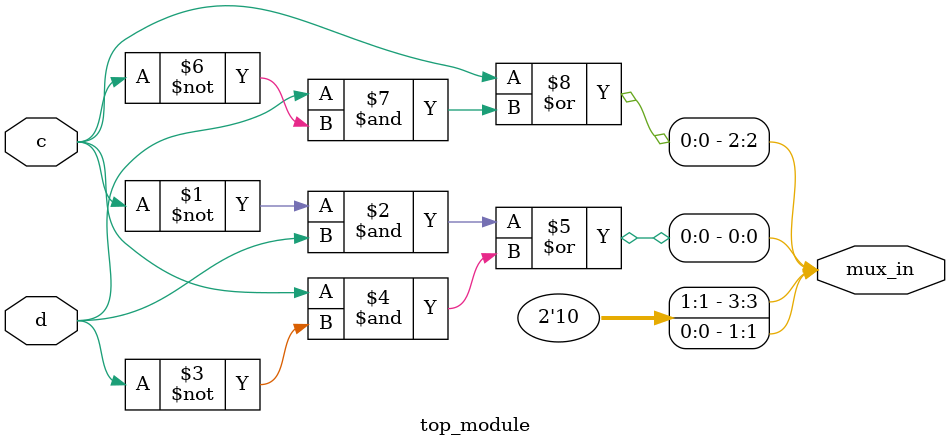
<source format=sv>
module top_module (
    input c,
    input d,
    output [3:0] mux_in
);

    // Assign values to mux_in based on Karnaugh map
    assign mux_in[0] = (~c & d) | (c & ~d); // 00 -> mux_in[0] = 0, K-map 2nd row 01 and 3rd row 11, both have output 1, simplified (c'd | cd')
    assign mux_in[1] = 0;                   // 01 -> mux_in[1] = 0 for all cases 
    assign mux_in[2] = c | (d & ~c);        // 11 -> mux_in[2] = 1, K-map 3rd row 11, all have output 1, hence c simplified version but 01 having 0 ((cd) | (~cd)  == c + d\c) => (1 0 0 1) == (d & ~c)
    assign mux_in[3] = 1;                   // 10 -> mux_in[3] = 1 for all cases

endmodule

</source>
